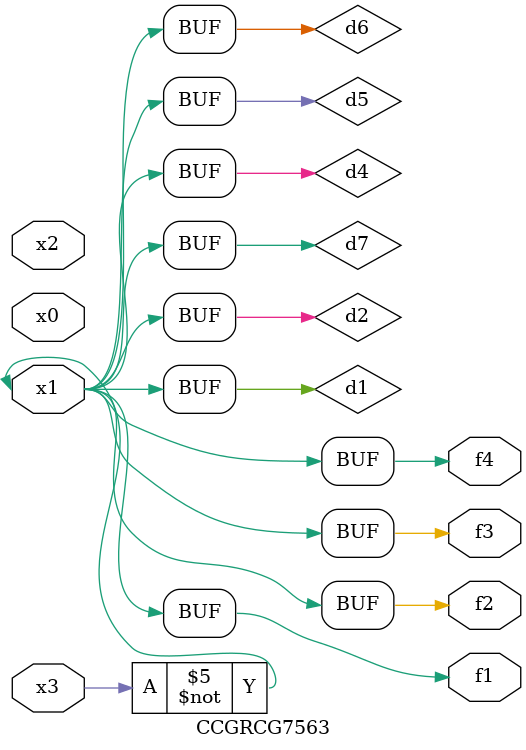
<source format=v>
module CCGRCG7563(
	input x0, x1, x2, x3,
	output f1, f2, f3, f4
);

	wire d1, d2, d3, d4, d5, d6, d7;

	not (d1, x3);
	buf (d2, x1);
	xnor (d3, d1, d2);
	nor (d4, d1);
	buf (d5, d1, d2);
	buf (d6, d4, d5);
	nand (d7, d4);
	assign f1 = d6;
	assign f2 = d7;
	assign f3 = d6;
	assign f4 = d6;
endmodule

</source>
